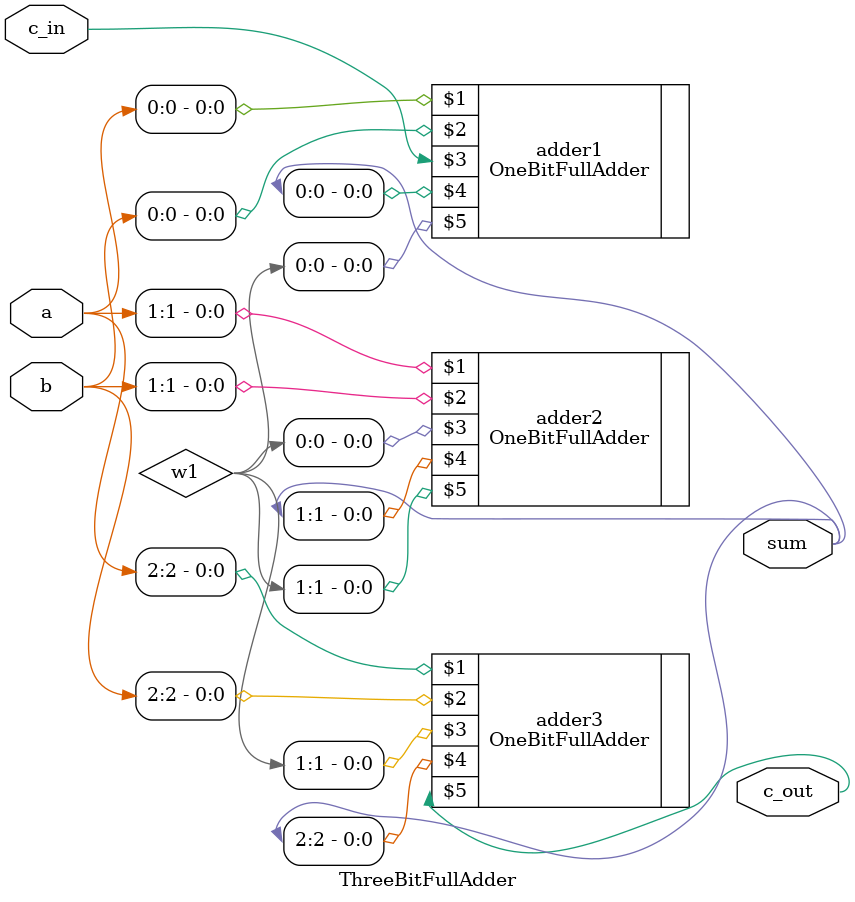
<source format=v>
/* ThreeBitFullAdder.v
* -------------------
* By: Harith S. Ibrahim
* Date: 15th Febuary 2022
*
* Module Description:
* --------------------
* A three bit full adder module
* 
* Inputs:
* a [2:0] - The first number to be added
* b [2:0] - The second number to be added
* c_in carry in
*
* Outputs:
* sum [2:0] - The sum of the two inputs and carry in
* c_out - Carry out
*
*/

module ThreeBitFullAdder(

	input [2:0] a,
	input [2:0] b,
	input c_in,
	
	output [2:0] sum,
	output c_out

);


	wire [2:0] w1;

	OneBitFullAdder adder1(
	a[0],
	b[0],
	c_in,
	sum[0],
	w1[0]
	);
	
	
	OneBitFullAdder adder2(
	a[1],
	b[1],
	w1[0],
	sum[1],
	w1[1]
	);
	
	

	OneBitFullAdder adder3(
	a[2],
	b[2],
	w1[1],
	sum[2],
	c_out
	);
	
endmodule
</source>
